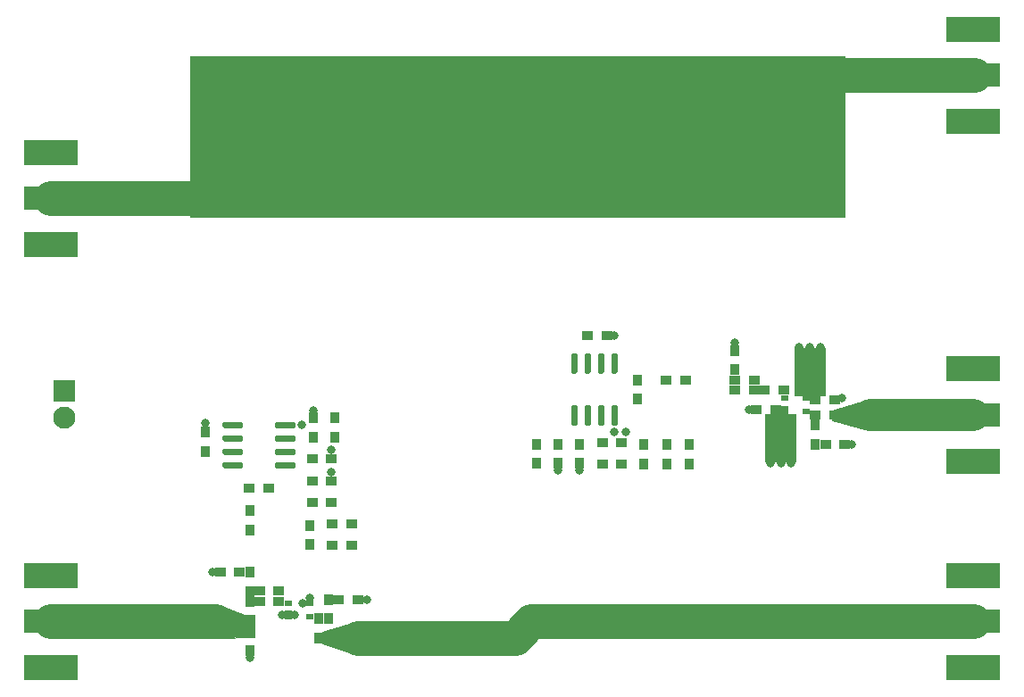
<source format=gbr>
%TF.GenerationSoftware,KiCad,Pcbnew,(5.1.6-0-10_14)*%
%TF.CreationDate,2021-11-19T16:45:31-06:00*%
%TF.ProjectId,EE514 Board,45453531-3420-4426-9f61-72642e6b6963,rev?*%
%TF.SameCoordinates,Original*%
%TF.FileFunction,Soldermask,Top*%
%TF.FilePolarity,Negative*%
%FSLAX46Y46*%
G04 Gerber Fmt 4.6, Leading zero omitted, Abs format (unit mm)*
G04 Created by KiCad (PCBNEW (5.1.6-0-10_14)) date 2021-11-19 16:45:31*
%MOMM*%
%LPD*%
G01*
G04 APERTURE LIST*
%ADD10C,3.270200*%
%ADD11C,0.704800*%
%ADD12C,0.100000*%
%ADD13C,3.048000*%
%ADD14R,20.574000X2.428240*%
%ADD15R,19.939000X2.829560*%
%ADD16R,0.950000X0.975000*%
%ADD17R,0.975000X0.950000*%
%ADD18R,0.800000X0.900000*%
%ADD19R,0.800000X0.600000*%
%ADD20R,5.080000X2.420000*%
%ADD21R,5.080000X2.290000*%
%ADD22C,2.100000*%
%ADD23R,2.100000X2.100000*%
%ADD24C,0.800000*%
G04 APERTURE END LIST*
D10*
X185108000Y-66294000D02*
X171704000Y-66294000D01*
X97594000Y-77978000D02*
X107088938Y-77978000D01*
X107088938Y-77978000D02*
X111506000Y-77978000D01*
X97594000Y-118110000D02*
X113157000Y-118110000D01*
X141554200Y-119684800D02*
X126695200Y-119684800D01*
X143129000Y-118110000D02*
X141554200Y-119684800D01*
X185031800Y-118110000D02*
X143129000Y-118110000D01*
D11*
X126695200Y-119684800D02*
X125476000Y-119684800D01*
D12*
G36*
X115961160Y-117469920D02*
G01*
X116865400Y-117480080D01*
X116865400Y-119608600D01*
X113162080Y-119694960D01*
X112445800Y-119557800D01*
X112445800Y-116636800D01*
X113741200Y-116636800D01*
X115961160Y-117469920D01*
G37*
X115961160Y-117469920D02*
X116865400Y-117480080D01*
X116865400Y-119608600D01*
X113162080Y-119694960D01*
X112445800Y-119557800D01*
X112445800Y-116636800D01*
X113741200Y-116636800D01*
X115961160Y-117469920D01*
G36*
X175793400Y-99949000D02*
G01*
X175031400Y-99949000D01*
X171678600Y-99009200D01*
X171678600Y-98069400D01*
X175031400Y-97053400D01*
X175793400Y-97028000D01*
X175793400Y-99949000D01*
G37*
X175793400Y-99949000D02*
X175031400Y-99949000D01*
X171678600Y-99009200D01*
X171678600Y-98069400D01*
X175031400Y-97053400D01*
X175793400Y-97028000D01*
X175793400Y-99949000D01*
D13*
X185031800Y-98501200D02*
X175310800Y-98501200D01*
D12*
G36*
X126873000Y-118237000D02*
G01*
X126873000Y-121158000D01*
X126314200Y-121224040D01*
X123342400Y-120208040D01*
X123342400Y-119090440D01*
X126415800Y-118125240D01*
X126873000Y-118237000D01*
G37*
X126873000Y-118237000D02*
X126873000Y-121158000D01*
X126314200Y-121224040D01*
X123342400Y-120208040D01*
X123342400Y-119090440D01*
X126415800Y-118125240D01*
X126873000Y-118237000D01*
%TO.C,C303*%
G36*
X168122600Y-92202000D02*
G01*
X171008040Y-92202000D01*
X171008040Y-96659700D01*
X168122600Y-96659700D01*
X168122600Y-92202000D01*
G37*
X168122600Y-92202000D02*
X171008040Y-92202000D01*
X171008040Y-96659700D01*
X168122600Y-96659700D01*
X168122600Y-92202000D01*
%TO.C,C302*%
G36*
X168216580Y-102913180D02*
G01*
X165331140Y-102913180D01*
X165331140Y-98455480D01*
X168216580Y-98455480D01*
X168216580Y-102913180D01*
G37*
X168216580Y-102913180D02*
X165331140Y-102913180D01*
X165331140Y-98455480D01*
X168216580Y-98455480D01*
X168216580Y-102913180D01*
%TO.C,FL101*%
G36*
X172847000Y-79700120D02*
G01*
X110744000Y-79700120D01*
X110744000Y-64460120D01*
X172847000Y-64460120D01*
X172847000Y-79700120D01*
G37*
X172847000Y-79700120D02*
X110744000Y-79700120D01*
X110744000Y-64460120D01*
X172847000Y-64460120D01*
X172847000Y-79700120D01*
%TD*%
%TO.C,C303*%
G36*
X170803570Y-93014800D02*
G01*
X170371770Y-93014800D01*
X170371770Y-95707200D01*
X170219370Y-95707200D01*
X170219370Y-93014800D01*
X169787570Y-93014800D01*
X169787570Y-95707200D01*
X169635170Y-95707200D01*
X169635170Y-93014800D01*
X169203370Y-93014800D01*
X169203370Y-95707200D01*
X169050970Y-95707200D01*
X169050970Y-93014800D01*
X168619170Y-93014800D01*
X168619170Y-95707200D01*
X168466770Y-95707200D01*
X168466770Y-93014800D01*
X168174670Y-93014800D01*
X168174670Y-92252800D01*
X170955970Y-92252800D01*
X170955970Y-95707200D01*
X170803570Y-95707200D01*
X170803570Y-93014800D01*
G37*
G36*
X168327070Y-95846900D02*
G01*
X168758870Y-95846900D01*
X168758870Y-93154500D01*
X168911270Y-93154500D01*
X168911270Y-95846900D01*
X169343070Y-95846900D01*
X169343070Y-93154500D01*
X169495470Y-93154500D01*
X169495470Y-95846900D01*
X169927270Y-95846900D01*
X169927270Y-93154500D01*
X170079670Y-93154500D01*
X170079670Y-95846900D01*
X170511470Y-95846900D01*
X170511470Y-93154500D01*
X170663870Y-93154500D01*
X170663870Y-95846900D01*
X170955970Y-95846900D01*
X170955970Y-96608900D01*
X168174670Y-96608900D01*
X168174670Y-93154500D01*
X168327070Y-93154500D01*
X168327070Y-95846900D01*
G37*
%TD*%
%TO.C,C302*%
G36*
X165535610Y-102100380D02*
G01*
X165967410Y-102100380D01*
X165967410Y-99407980D01*
X166119810Y-99407980D01*
X166119810Y-102100380D01*
X166551610Y-102100380D01*
X166551610Y-99407980D01*
X166704010Y-99407980D01*
X166704010Y-102100380D01*
X167135810Y-102100380D01*
X167135810Y-99407980D01*
X167288210Y-99407980D01*
X167288210Y-102100380D01*
X167720010Y-102100380D01*
X167720010Y-99407980D01*
X167872410Y-99407980D01*
X167872410Y-102100380D01*
X168164510Y-102100380D01*
X168164510Y-102862380D01*
X165383210Y-102862380D01*
X165383210Y-99407980D01*
X165535610Y-99407980D01*
X165535610Y-102100380D01*
G37*
G36*
X168012110Y-99268280D02*
G01*
X167580310Y-99268280D01*
X167580310Y-101960680D01*
X167427910Y-101960680D01*
X167427910Y-99268280D01*
X166996110Y-99268280D01*
X166996110Y-101960680D01*
X166843710Y-101960680D01*
X166843710Y-99268280D01*
X166411910Y-99268280D01*
X166411910Y-101960680D01*
X166259510Y-101960680D01*
X166259510Y-99268280D01*
X165827710Y-99268280D01*
X165827710Y-101960680D01*
X165675310Y-101960680D01*
X165675310Y-99268280D01*
X165383210Y-99268280D01*
X165383210Y-98506280D01*
X168164510Y-98506280D01*
X168164510Y-101960680D01*
X168012110Y-101960680D01*
X168012110Y-99268280D01*
G37*
%TD*%
D14*
%TO.C,FL101*%
X162052000Y-66182240D03*
X121539000Y-77978000D03*
X121539000Y-74936350D03*
D15*
X141795500Y-74936350D03*
X141795500Y-69223890D03*
D14*
X162052000Y-69223890D03*
%TD*%
%TO.C,U501*%
G36*
G01*
X147363320Y-94598360D02*
X147063320Y-94598360D01*
G75*
G02*
X146913320Y-94448360I0J150000D01*
G01*
X146913320Y-92798360D01*
G75*
G02*
X147063320Y-92648360I150000J0D01*
G01*
X147363320Y-92648360D01*
G75*
G02*
X147513320Y-92798360I0J-150000D01*
G01*
X147513320Y-94448360D01*
G75*
G02*
X147363320Y-94598360I-150000J0D01*
G01*
G37*
G36*
G01*
X148633320Y-94598360D02*
X148333320Y-94598360D01*
G75*
G02*
X148183320Y-94448360I0J150000D01*
G01*
X148183320Y-92798360D01*
G75*
G02*
X148333320Y-92648360I150000J0D01*
G01*
X148633320Y-92648360D01*
G75*
G02*
X148783320Y-92798360I0J-150000D01*
G01*
X148783320Y-94448360D01*
G75*
G02*
X148633320Y-94598360I-150000J0D01*
G01*
G37*
G36*
G01*
X149903320Y-94598360D02*
X149603320Y-94598360D01*
G75*
G02*
X149453320Y-94448360I0J150000D01*
G01*
X149453320Y-92798360D01*
G75*
G02*
X149603320Y-92648360I150000J0D01*
G01*
X149903320Y-92648360D01*
G75*
G02*
X150053320Y-92798360I0J-150000D01*
G01*
X150053320Y-94448360D01*
G75*
G02*
X149903320Y-94598360I-150000J0D01*
G01*
G37*
G36*
G01*
X151173320Y-94598360D02*
X150873320Y-94598360D01*
G75*
G02*
X150723320Y-94448360I0J150000D01*
G01*
X150723320Y-92798360D01*
G75*
G02*
X150873320Y-92648360I150000J0D01*
G01*
X151173320Y-92648360D01*
G75*
G02*
X151323320Y-92798360I0J-150000D01*
G01*
X151323320Y-94448360D01*
G75*
G02*
X151173320Y-94598360I-150000J0D01*
G01*
G37*
G36*
G01*
X151173320Y-99548360D02*
X150873320Y-99548360D01*
G75*
G02*
X150723320Y-99398360I0J150000D01*
G01*
X150723320Y-97748360D01*
G75*
G02*
X150873320Y-97598360I150000J0D01*
G01*
X151173320Y-97598360D01*
G75*
G02*
X151323320Y-97748360I0J-150000D01*
G01*
X151323320Y-99398360D01*
G75*
G02*
X151173320Y-99548360I-150000J0D01*
G01*
G37*
G36*
G01*
X149903320Y-99548360D02*
X149603320Y-99548360D01*
G75*
G02*
X149453320Y-99398360I0J150000D01*
G01*
X149453320Y-97748360D01*
G75*
G02*
X149603320Y-97598360I150000J0D01*
G01*
X149903320Y-97598360D01*
G75*
G02*
X150053320Y-97748360I0J-150000D01*
G01*
X150053320Y-99398360D01*
G75*
G02*
X149903320Y-99548360I-150000J0D01*
G01*
G37*
G36*
G01*
X148633320Y-99548360D02*
X148333320Y-99548360D01*
G75*
G02*
X148183320Y-99398360I0J150000D01*
G01*
X148183320Y-97748360D01*
G75*
G02*
X148333320Y-97598360I150000J0D01*
G01*
X148633320Y-97598360D01*
G75*
G02*
X148783320Y-97748360I0J-150000D01*
G01*
X148783320Y-99398360D01*
G75*
G02*
X148633320Y-99548360I-150000J0D01*
G01*
G37*
G36*
G01*
X147363320Y-99548360D02*
X147063320Y-99548360D01*
G75*
G02*
X146913320Y-99398360I0J150000D01*
G01*
X146913320Y-97748360D01*
G75*
G02*
X147063320Y-97598360I150000J0D01*
G01*
X147363320Y-97598360D01*
G75*
G02*
X147513320Y-97748360I0J-150000D01*
G01*
X147513320Y-99398360D01*
G75*
G02*
X147363320Y-99548360I-150000J0D01*
G01*
G37*
%TD*%
%TO.C,U401*%
G36*
G01*
X115797200Y-103151800D02*
X115797200Y-103451800D01*
G75*
G02*
X115647200Y-103601800I-150000J0D01*
G01*
X113997200Y-103601800D01*
G75*
G02*
X113847200Y-103451800I0J150000D01*
G01*
X113847200Y-103151800D01*
G75*
G02*
X113997200Y-103001800I150000J0D01*
G01*
X115647200Y-103001800D01*
G75*
G02*
X115797200Y-103151800I0J-150000D01*
G01*
G37*
G36*
G01*
X115797200Y-101881800D02*
X115797200Y-102181800D01*
G75*
G02*
X115647200Y-102331800I-150000J0D01*
G01*
X113997200Y-102331800D01*
G75*
G02*
X113847200Y-102181800I0J150000D01*
G01*
X113847200Y-101881800D01*
G75*
G02*
X113997200Y-101731800I150000J0D01*
G01*
X115647200Y-101731800D01*
G75*
G02*
X115797200Y-101881800I0J-150000D01*
G01*
G37*
G36*
G01*
X115797200Y-100611800D02*
X115797200Y-100911800D01*
G75*
G02*
X115647200Y-101061800I-150000J0D01*
G01*
X113997200Y-101061800D01*
G75*
G02*
X113847200Y-100911800I0J150000D01*
G01*
X113847200Y-100611800D01*
G75*
G02*
X113997200Y-100461800I150000J0D01*
G01*
X115647200Y-100461800D01*
G75*
G02*
X115797200Y-100611800I0J-150000D01*
G01*
G37*
G36*
G01*
X115797200Y-99341800D02*
X115797200Y-99641800D01*
G75*
G02*
X115647200Y-99791800I-150000J0D01*
G01*
X113997200Y-99791800D01*
G75*
G02*
X113847200Y-99641800I0J150000D01*
G01*
X113847200Y-99341800D01*
G75*
G02*
X113997200Y-99191800I150000J0D01*
G01*
X115647200Y-99191800D01*
G75*
G02*
X115797200Y-99341800I0J-150000D01*
G01*
G37*
G36*
G01*
X120747200Y-99341800D02*
X120747200Y-99641800D01*
G75*
G02*
X120597200Y-99791800I-150000J0D01*
G01*
X118947200Y-99791800D01*
G75*
G02*
X118797200Y-99641800I0J150000D01*
G01*
X118797200Y-99341800D01*
G75*
G02*
X118947200Y-99191800I150000J0D01*
G01*
X120597200Y-99191800D01*
G75*
G02*
X120747200Y-99341800I0J-150000D01*
G01*
G37*
G36*
G01*
X120747200Y-100611800D02*
X120747200Y-100911800D01*
G75*
G02*
X120597200Y-101061800I-150000J0D01*
G01*
X118947200Y-101061800D01*
G75*
G02*
X118797200Y-100911800I0J150000D01*
G01*
X118797200Y-100611800D01*
G75*
G02*
X118947200Y-100461800I150000J0D01*
G01*
X120597200Y-100461800D01*
G75*
G02*
X120747200Y-100611800I0J-150000D01*
G01*
G37*
G36*
G01*
X120747200Y-101881800D02*
X120747200Y-102181800D01*
G75*
G02*
X120597200Y-102331800I-150000J0D01*
G01*
X118947200Y-102331800D01*
G75*
G02*
X118797200Y-102181800I0J150000D01*
G01*
X118797200Y-101881800D01*
G75*
G02*
X118947200Y-101731800I150000J0D01*
G01*
X120597200Y-101731800D01*
G75*
G02*
X120747200Y-101881800I0J-150000D01*
G01*
G37*
G36*
G01*
X120747200Y-103151800D02*
X120747200Y-103451800D01*
G75*
G02*
X120597200Y-103601800I-150000J0D01*
G01*
X118947200Y-103601800D01*
G75*
G02*
X118797200Y-103451800I0J150000D01*
G01*
X118797200Y-103151800D01*
G75*
G02*
X118947200Y-103001800I150000J0D01*
G01*
X120597200Y-103001800D01*
G75*
G02*
X120747200Y-103151800I0J-150000D01*
G01*
G37*
%TD*%
D16*
%TO.C,R507*%
X153797000Y-101322500D03*
X153797000Y-103147500D03*
%TD*%
%TO.C,R506*%
X158115000Y-103147500D03*
X158115000Y-101322500D03*
%TD*%
D17*
%TO.C,R505*%
X157757500Y-95250000D03*
X155932500Y-95250000D03*
%TD*%
%TO.C,R504*%
X151681820Y-103210360D03*
X149856820Y-103210360D03*
%TD*%
%TO.C,R503*%
X149856820Y-101178360D03*
X151681820Y-101178360D03*
%TD*%
D16*
%TO.C,R502*%
X145689320Y-101281860D03*
X145689320Y-103106860D03*
%TD*%
%TO.C,R501*%
X143657320Y-103106860D03*
X143657320Y-101281860D03*
%TD*%
D17*
%TO.C,R407*%
X126083700Y-110921800D03*
X124258700Y-110921800D03*
%TD*%
D16*
%TO.C,R406*%
X122123200Y-108993300D03*
X122123200Y-110818300D03*
%TD*%
%TO.C,R405*%
X116408200Y-109421300D03*
X116408200Y-107596300D03*
%TD*%
%TO.C,R404*%
X124460000Y-98782500D03*
X124460000Y-100607500D03*
%TD*%
%TO.C,R403*%
X122428000Y-100607500D03*
X122428000Y-98782500D03*
%TD*%
D17*
%TO.C,R402*%
X122353700Y-104775000D03*
X124178700Y-104775000D03*
%TD*%
%TO.C,R401*%
X124178700Y-106807000D03*
X122353700Y-106807000D03*
%TD*%
%TO.C,R301*%
X164282120Y-95189040D03*
X162457120Y-95189040D03*
%TD*%
%TO.C,R201*%
X119187600Y-115239800D03*
X117362600Y-115239800D03*
%TD*%
D18*
%TO.C,Q301*%
X167165940Y-98058860D03*
D19*
X167165940Y-96908860D03*
X169185940Y-98208860D03*
X169185940Y-96908860D03*
%TD*%
D18*
%TO.C,Q201*%
X120071800Y-117505100D03*
D19*
X120071800Y-116355100D03*
X122091800Y-117655100D03*
X122091800Y-116355100D03*
%TD*%
D16*
%TO.C,L305*%
X170055540Y-99491160D03*
X170055540Y-101316160D03*
%TD*%
D17*
%TO.C,L304*%
X170072680Y-97081340D03*
X171897680Y-97081340D03*
%TD*%
%TO.C,L303*%
X166281740Y-98036380D03*
X164456740Y-98036380D03*
%TD*%
%TO.C,L302*%
X167078660Y-96136460D03*
X165253660Y-96136460D03*
%TD*%
%TO.C,L301*%
X164280860Y-96136460D03*
X162455860Y-96136460D03*
%TD*%
D16*
%TO.C,L203*%
X123901200Y-117843300D03*
X123901200Y-116018300D03*
%TD*%
%TO.C,L202*%
X116408200Y-115248700D03*
X116408200Y-113423700D03*
%TD*%
%TO.C,L201*%
X116408200Y-119015500D03*
X116408200Y-120840500D03*
%TD*%
D20*
%TO.C,J106*%
X185031800Y-94121200D03*
X185031800Y-102881200D03*
D21*
X185031800Y-98501200D03*
%TD*%
D20*
%TO.C,J105*%
X185031800Y-113730000D03*
X185031800Y-122490000D03*
D21*
X185031800Y-118110000D03*
%TD*%
D20*
%TO.C,J104*%
X185031800Y-61914000D03*
X185031800Y-70674000D03*
D21*
X185031800Y-66294000D03*
%TD*%
D20*
%TO.C,J103*%
X97594000Y-122490000D03*
X97594000Y-113730000D03*
D21*
X97594000Y-118110000D03*
%TD*%
D20*
%TO.C,J102*%
X97594000Y-82358000D03*
X97594000Y-73598000D03*
D21*
X97594000Y-77978000D03*
%TD*%
D22*
%TO.C,J101*%
X98806000Y-98806000D03*
D23*
X98806000Y-96266000D03*
%TD*%
D16*
%TO.C,C504*%
X155956000Y-103147500D03*
X155956000Y-101322500D03*
%TD*%
D17*
%TO.C,C503*%
X148459820Y-91018360D03*
X150284820Y-91018360D03*
%TD*%
D16*
%TO.C,C502*%
X153162000Y-97010860D03*
X153162000Y-95185860D03*
%TD*%
%TO.C,C501*%
X147721320Y-101281860D03*
X147721320Y-103106860D03*
%TD*%
D17*
%TO.C,C404*%
X124258700Y-108889800D03*
X126083700Y-108889800D03*
%TD*%
D16*
%TO.C,C403*%
X112217200Y-101991800D03*
X112217200Y-100166800D03*
%TD*%
D17*
%TO.C,C402*%
X118209700Y-105460800D03*
X116384700Y-105460800D03*
%TD*%
%TO.C,C401*%
X122353700Y-102666800D03*
X124178700Y-102666800D03*
%TD*%
%TO.C,C305*%
X170067600Y-98531680D03*
X171892600Y-98531680D03*
%TD*%
%TO.C,C304*%
X172840020Y-101325680D03*
X171015020Y-101325680D03*
%TD*%
D16*
%TO.C,C301*%
X162445700Y-92402020D03*
X162445700Y-94227020D03*
%TD*%
%TO.C,C205*%
X122961400Y-117845200D03*
X122961400Y-119670200D03*
%TD*%
D17*
%TO.C,C204*%
X126680600Y-116027200D03*
X124855600Y-116027200D03*
%TD*%
%TO.C,C203*%
X117362600Y-116179600D03*
X119187600Y-116179600D03*
%TD*%
%TO.C,C202*%
X113630700Y-113411000D03*
X115455700Y-113411000D03*
%TD*%
D16*
%TO.C,C201*%
X116408200Y-118046500D03*
X116408200Y-116221500D03*
%TD*%
D24*
X170535600Y-92049600D03*
X169570400Y-92049600D03*
X168554400Y-92049600D03*
X167767000Y-103073200D03*
X165785800Y-103073200D03*
X166801800Y-103073200D03*
X172618400Y-96951800D03*
X173532800Y-101320600D03*
X163753800Y-98044000D03*
X162458400Y-91694000D03*
X150977600Y-91008200D03*
X151028400Y-100101400D03*
X152069800Y-100101400D03*
X147726400Y-103809800D03*
X145694400Y-103809800D03*
X122428000Y-98094800D03*
X121361200Y-99491800D03*
X124180600Y-101828600D03*
X124180600Y-103936800D03*
X127533400Y-116027200D03*
X122097800Y-115849400D03*
X121437400Y-116357400D03*
X120675400Y-117525800D03*
X119456200Y-117525800D03*
X116408200Y-121539000D03*
X112928400Y-113436400D03*
X112217200Y-99314000D03*
M02*

</source>
